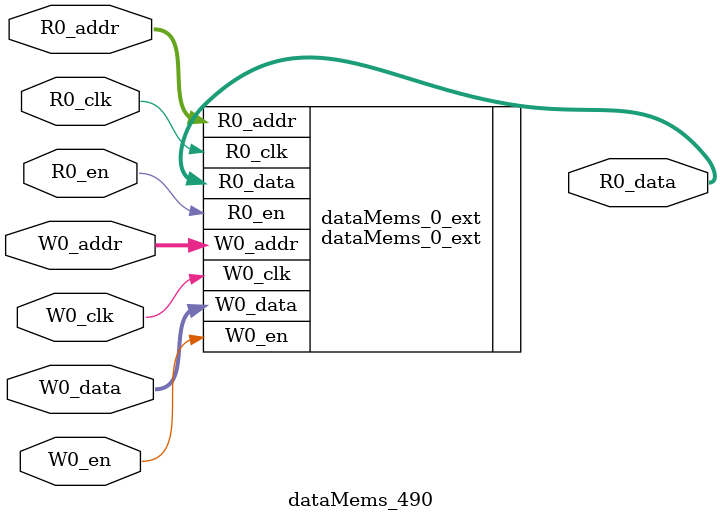
<source format=sv>
`ifndef RANDOMIZE
  `ifdef RANDOMIZE_REG_INIT
    `define RANDOMIZE
  `endif // RANDOMIZE_REG_INIT
`endif // not def RANDOMIZE
`ifndef RANDOMIZE
  `ifdef RANDOMIZE_MEM_INIT
    `define RANDOMIZE
  `endif // RANDOMIZE_MEM_INIT
`endif // not def RANDOMIZE

`ifndef RANDOM
  `define RANDOM $random
`endif // not def RANDOM

// Users can define 'PRINTF_COND' to add an extra gate to prints.
`ifndef PRINTF_COND_
  `ifdef PRINTF_COND
    `define PRINTF_COND_ (`PRINTF_COND)
  `else  // PRINTF_COND
    `define PRINTF_COND_ 1
  `endif // PRINTF_COND
`endif // not def PRINTF_COND_

// Users can define 'ASSERT_VERBOSE_COND' to add an extra gate to assert error printing.
`ifndef ASSERT_VERBOSE_COND_
  `ifdef ASSERT_VERBOSE_COND
    `define ASSERT_VERBOSE_COND_ (`ASSERT_VERBOSE_COND)
  `else  // ASSERT_VERBOSE_COND
    `define ASSERT_VERBOSE_COND_ 1
  `endif // ASSERT_VERBOSE_COND
`endif // not def ASSERT_VERBOSE_COND_

// Users can define 'STOP_COND' to add an extra gate to stop conditions.
`ifndef STOP_COND_
  `ifdef STOP_COND
    `define STOP_COND_ (`STOP_COND)
  `else  // STOP_COND
    `define STOP_COND_ 1
  `endif // STOP_COND
`endif // not def STOP_COND_

// Users can define INIT_RANDOM as general code that gets injected into the
// initializer block for modules with registers.
`ifndef INIT_RANDOM
  `define INIT_RANDOM
`endif // not def INIT_RANDOM

// If using random initialization, you can also define RANDOMIZE_DELAY to
// customize the delay used, otherwise 0.002 is used.
`ifndef RANDOMIZE_DELAY
  `define RANDOMIZE_DELAY 0.002
`endif // not def RANDOMIZE_DELAY

// Define INIT_RANDOM_PROLOG_ for use in our modules below.
`ifndef INIT_RANDOM_PROLOG_
  `ifdef RANDOMIZE
    `ifdef VERILATOR
      `define INIT_RANDOM_PROLOG_ `INIT_RANDOM
    `else  // VERILATOR
      `define INIT_RANDOM_PROLOG_ `INIT_RANDOM #`RANDOMIZE_DELAY begin end
    `endif // VERILATOR
  `else  // RANDOMIZE
    `define INIT_RANDOM_PROLOG_
  `endif // RANDOMIZE
`endif // not def INIT_RANDOM_PROLOG_

// Include register initializers in init blocks unless synthesis is set
`ifndef SYNTHESIS
  `ifndef ENABLE_INITIAL_REG_
    `define ENABLE_INITIAL_REG_
  `endif // not def ENABLE_INITIAL_REG_
`endif // not def SYNTHESIS

// Include rmemory initializers in init blocks unless synthesis is set
`ifndef SYNTHESIS
  `ifndef ENABLE_INITIAL_MEM_
    `define ENABLE_INITIAL_MEM_
  `endif // not def ENABLE_INITIAL_MEM_
`endif // not def SYNTHESIS

module dataMems_490(	// @[generators/ara/src/main/scala/UnsafeAXI4ToTL.scala:365:62]
  input  [4:0]  R0_addr,
  input         R0_en,
  input         R0_clk,
  output [66:0] R0_data,
  input  [4:0]  W0_addr,
  input         W0_en,
  input         W0_clk,
  input  [66:0] W0_data
);

  dataMems_0_ext dataMems_0_ext (	// @[generators/ara/src/main/scala/UnsafeAXI4ToTL.scala:365:62]
    .R0_addr (R0_addr),
    .R0_en   (R0_en),
    .R0_clk  (R0_clk),
    .R0_data (R0_data),
    .W0_addr (W0_addr),
    .W0_en   (W0_en),
    .W0_clk  (W0_clk),
    .W0_data (W0_data)
  );
endmodule


</source>
